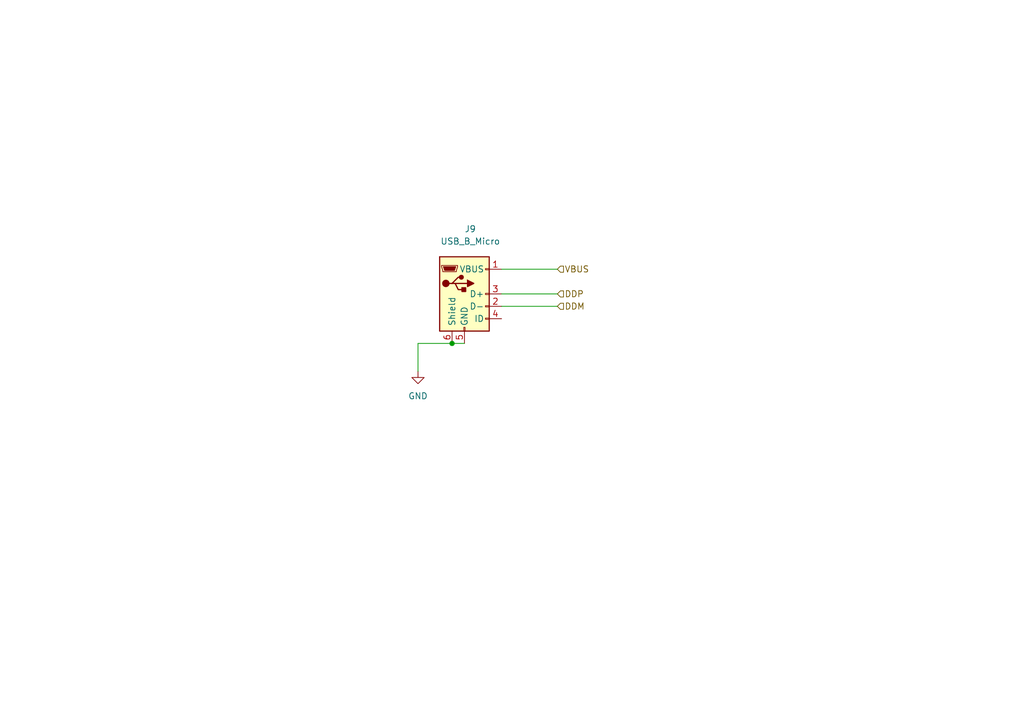
<source format=kicad_sch>
(kicad_sch (version 20211123) (generator eeschema)
  (paper "A5")
  (lib_symbols
    (symbol "Connector:USB_B_Micro" (pin_names (offset 1.016))
      (property "Reference" "J" (at -5.08 11.43 0))
      (property "Value" "USB_B_Micro" (at -5.08 8.89 0))
      (symbol "USB_B_Micro_0_1"
        (rectangle (start -5.08 -7.62) (end 5.08 7.62) (stroke (width 0.254)) (fill (type background)))
        (circle (center -3.81 2.159) (radius 0.635) (stroke (width 0.254)) (fill (type outline)))
        (circle (center -0.635 3.429) (radius 0.381) (stroke (width 0.254)) (fill (type outline)))
        (rectangle (start -0.127 -7.62) (end 0.127 -6.858))
        (polyline (pts (xy -1.905 2.159) (xy 0.635 2.159)) (stroke (width 0.254)))
        (polyline (pts (xy -3.175 2.159) (xy -2.54 2.159) (xy -1.27 3.429) (xy -0.635 3.429)) (stroke (width 0.254)))
        (polyline (pts (xy -2.54 2.159) (xy -1.905 2.159) (xy -1.27 0.889) (xy 0 0.889)) (stroke (width 0.254)))
        (polyline (pts (xy 0.635 2.794) (xy 0.635 1.524) (xy 1.905 2.159) (xy 0.635 2.794)) (stroke (width 0.254)) (fill (type outline)))
        (polyline (pts (xy -4.318 5.588) (xy -1.778 5.588) (xy -2.032 4.826) (xy -4.064 4.826) (xy -4.318 5.588)) (fill (type outline)))
        (polyline (pts (xy -4.699 5.842) (xy -4.699 5.588) (xy -4.445 4.826) (xy -4.445 4.572) (xy -1.651 4.572) (xy -1.651 4.826) (xy -1.397 5.588) (xy -1.397 5.842) (xy -4.699 5.842)))
        (rectangle (start 0.254 1.27) (end -0.508 0.508) (stroke (width 0.254)) (fill (type outline)))
        (rectangle (start 5.08 -5.207) (end 4.318 -4.953))
        (rectangle (start 5.08 -2.667) (end 4.318 -2.413))
        (rectangle (start 5.08 -0.127) (end 4.318 0.127))
        (rectangle (start 5.08 4.953) (end 4.318 5.207))
      )
      (symbol "USB_B_Micro_1_1"
        (pin power_out line (at 7.62 5.08 180) (length 2.54) (name "VBUS") (number "1"))
        (pin bidirectional line (at 7.62 -2.54 180) (length 2.54) (name "D-") (number "2"))
        (pin bidirectional line (at 7.62 0 180) (length 2.54) (name "D+") (number "3"))
        (pin passive line (at 7.62 -5.08 180) (length 2.54) (name "ID") (number "4"))
        (pin power_out line (at 0 -10.16 90) (length 2.54) (name "GND") (number "5"))
        (pin passive line (at -2.54 -10.16 90) (length 2.54) (name "Shield") (number "6"))
      )
    )
    (symbol "power:GND" (power) (pin_names (offset 0))
      (property "Value" "GND" (at 0 -3.81 0))
      (symbol "GND_0_1"
        (polyline (pts (xy 0 0) (xy 0 -1.27) (xy 1.27 -1.27) (xy 0 -2.54) (xy -1.27 -1.27) (xy 0 -1.27)))
      )
      (symbol "GND_1_1"
        (pin power_in line (at 0 0 270) (length 0) hide (name "GND") (number "1"))
      )
    )
  )
  (junction (at 92.71 70.485))
  (wire (pts (xy 102.87 62.865) (xy 114.3 62.865)))
  (wire (pts (xy 102.87 60.325) (xy 114.3 60.325)))
  (wire (pts (xy 85.725 70.485) (xy 85.725 76.2)))
  (wire (pts (xy 92.71 70.485) (xy 85.725 70.485)))
  (wire (pts (xy 102.87 55.245) (xy 114.3 55.245)))
  (wire (pts (xy 92.71 70.485) (xy 95.25 70.485)))
  (hierarchical_label "DDP" (shape input) (at 114.3 60.325 0))
  (hierarchical_label "DDM" (shape input) (at 114.3 62.865 0))
  (hierarchical_label "VBUS" (shape input) (at 114.3 55.245 0))
  (symbol (lib_id "Connector:USB_B_Micro") (at 95.25 60.325 0) (unit 1)
    (property "Reference" "J9" (at 96.4565 46.99 0))
    (property "Value" "USB_B_Micro" (at 96.4565 49.53 0))
    (property "Footprint" "Connector_USB:USB_Micro-B_Molex_47346-0001" (effects hide))
  )
  (symbol (lib_id "power:GND") (at 85.725 76.2 0) (unit 1)
    (property "Reference" "#PWR0152" (effects hide))
    (property "Value" "GND" (at 85.725 81.28 0))
  )
)
</source>
